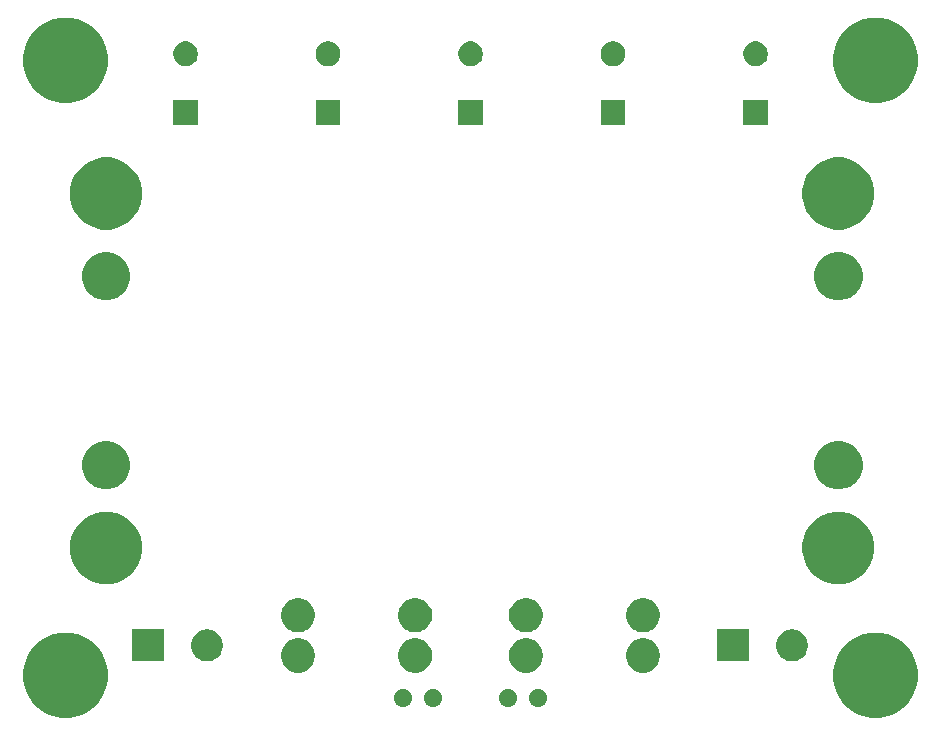
<source format=gbs>
G04 #@! TF.GenerationSoftware,KiCad,Pcbnew,5.0.2+dfsg1-1*
G04 #@! TF.CreationDate,2021-08-07T23:33:46+09:00*
G04 #@! TF.ProjectId,juice-plus,6a756963-652d-4706-9c75-732e6b696361,rev?*
G04 #@! TF.SameCoordinates,Original*
G04 #@! TF.FileFunction,Soldermask,Bot*
G04 #@! TF.FilePolarity,Negative*
%FSLAX46Y46*%
G04 Gerber Fmt 4.6, Leading zero omitted, Abs format (unit mm)*
G04 Created by KiCad (PCBNEW 5.0.2+dfsg1-1) date Sat 07 Aug 2021 11:33:46 PM JST*
%MOMM*%
%LPD*%
G01*
G04 APERTURE LIST*
%ADD10C,0.100000*%
G04 APERTURE END LIST*
D10*
G36*
X121065079Y-145763345D02*
X121065082Y-145763346D01*
X121065081Y-145763346D01*
X121720240Y-146034721D01*
X122305385Y-146425703D01*
X122309869Y-146428699D01*
X122811301Y-146930131D01*
X122811303Y-146930134D01*
X123205279Y-147519760D01*
X123294181Y-147734390D01*
X123476655Y-148174921D01*
X123615000Y-148870429D01*
X123615000Y-149579571D01*
X123476655Y-150275079D01*
X123476654Y-150275081D01*
X123205279Y-150930240D01*
X122834111Y-151485732D01*
X122811301Y-151519869D01*
X122309869Y-152021301D01*
X122309866Y-152021303D01*
X121720240Y-152415279D01*
X121161026Y-152646912D01*
X121065079Y-152686655D01*
X120369571Y-152825000D01*
X119660429Y-152825000D01*
X118964921Y-152686655D01*
X118868974Y-152646912D01*
X118309760Y-152415279D01*
X117720134Y-152021303D01*
X117720131Y-152021301D01*
X117218699Y-151519869D01*
X117195889Y-151485732D01*
X116824721Y-150930240D01*
X116553346Y-150275081D01*
X116553345Y-150275079D01*
X116415000Y-149579571D01*
X116415000Y-148870429D01*
X116553345Y-148174921D01*
X116735819Y-147734390D01*
X116824721Y-147519760D01*
X117218697Y-146930134D01*
X117218699Y-146930131D01*
X117720131Y-146428699D01*
X117724615Y-146425703D01*
X118309760Y-146034721D01*
X118964919Y-145763346D01*
X118964918Y-145763346D01*
X118964921Y-145763345D01*
X119660429Y-145625000D01*
X120369571Y-145625000D01*
X121065079Y-145763345D01*
X121065079Y-145763345D01*
G37*
G36*
X52485079Y-145763345D02*
X52485082Y-145763346D01*
X52485081Y-145763346D01*
X53140240Y-146034721D01*
X53725385Y-146425703D01*
X53729869Y-146428699D01*
X54231301Y-146930131D01*
X54231303Y-146930134D01*
X54625279Y-147519760D01*
X54714181Y-147734390D01*
X54896655Y-148174921D01*
X55035000Y-148870429D01*
X55035000Y-149579571D01*
X54896655Y-150275079D01*
X54896654Y-150275081D01*
X54625279Y-150930240D01*
X54254111Y-151485732D01*
X54231301Y-151519869D01*
X53729869Y-152021301D01*
X53729866Y-152021303D01*
X53140240Y-152415279D01*
X52581026Y-152646912D01*
X52485079Y-152686655D01*
X51789571Y-152825000D01*
X51080429Y-152825000D01*
X50384921Y-152686655D01*
X50288974Y-152646912D01*
X49729760Y-152415279D01*
X49140134Y-152021303D01*
X49140131Y-152021301D01*
X48638699Y-151519869D01*
X48615889Y-151485732D01*
X48244721Y-150930240D01*
X47973346Y-150275081D01*
X47973345Y-150275079D01*
X47835000Y-149579571D01*
X47835000Y-148870429D01*
X47973345Y-148174921D01*
X48155819Y-147734390D01*
X48244721Y-147519760D01*
X48638697Y-146930134D01*
X48638699Y-146930131D01*
X49140131Y-146428699D01*
X49144615Y-146425703D01*
X49729760Y-146034721D01*
X50384919Y-145763346D01*
X50384918Y-145763346D01*
X50384921Y-145763345D01*
X51080429Y-145625000D01*
X51789571Y-145625000D01*
X52485079Y-145763345D01*
X52485079Y-145763345D01*
G37*
G36*
X89032004Y-150390544D02*
X89119059Y-150407860D01*
X89255732Y-150464472D01*
X89255733Y-150464473D01*
X89378738Y-150546662D01*
X89483338Y-150651262D01*
X89483340Y-150651265D01*
X89565528Y-150774268D01*
X89622140Y-150910941D01*
X89651000Y-151056033D01*
X89651000Y-151203967D01*
X89622140Y-151349059D01*
X89565528Y-151485732D01*
X89565527Y-151485733D01*
X89483338Y-151608738D01*
X89378738Y-151713338D01*
X89378735Y-151713340D01*
X89255732Y-151795528D01*
X89119059Y-151852140D01*
X89032004Y-151869456D01*
X88973969Y-151881000D01*
X88826031Y-151881000D01*
X88767996Y-151869456D01*
X88680941Y-151852140D01*
X88544268Y-151795528D01*
X88421265Y-151713340D01*
X88421262Y-151713338D01*
X88316662Y-151608738D01*
X88234473Y-151485733D01*
X88234472Y-151485732D01*
X88177860Y-151349059D01*
X88149000Y-151203967D01*
X88149000Y-151056033D01*
X88177860Y-150910941D01*
X88234472Y-150774268D01*
X88316660Y-150651265D01*
X88316662Y-150651262D01*
X88421262Y-150546662D01*
X88544267Y-150464473D01*
X88544268Y-150464472D01*
X88680941Y-150407860D01*
X88767996Y-150390544D01*
X88826031Y-150379000D01*
X88973969Y-150379000D01*
X89032004Y-150390544D01*
X89032004Y-150390544D01*
G37*
G36*
X82682004Y-150390544D02*
X82769059Y-150407860D01*
X82905732Y-150464472D01*
X82905733Y-150464473D01*
X83028738Y-150546662D01*
X83133338Y-150651262D01*
X83133340Y-150651265D01*
X83215528Y-150774268D01*
X83272140Y-150910941D01*
X83301000Y-151056033D01*
X83301000Y-151203967D01*
X83272140Y-151349059D01*
X83215528Y-151485732D01*
X83215527Y-151485733D01*
X83133338Y-151608738D01*
X83028738Y-151713338D01*
X83028735Y-151713340D01*
X82905732Y-151795528D01*
X82769059Y-151852140D01*
X82682004Y-151869456D01*
X82623969Y-151881000D01*
X82476031Y-151881000D01*
X82417996Y-151869456D01*
X82330941Y-151852140D01*
X82194268Y-151795528D01*
X82071265Y-151713340D01*
X82071262Y-151713338D01*
X81966662Y-151608738D01*
X81884473Y-151485733D01*
X81884472Y-151485732D01*
X81827860Y-151349059D01*
X81799000Y-151203967D01*
X81799000Y-151056033D01*
X81827860Y-150910941D01*
X81884472Y-150774268D01*
X81966660Y-150651265D01*
X81966662Y-150651262D01*
X82071262Y-150546662D01*
X82194267Y-150464473D01*
X82194268Y-150464472D01*
X82330941Y-150407860D01*
X82417996Y-150390544D01*
X82476031Y-150379000D01*
X82623969Y-150379000D01*
X82682004Y-150390544D01*
X82682004Y-150390544D01*
G37*
G36*
X80142004Y-150390544D02*
X80229059Y-150407860D01*
X80365732Y-150464472D01*
X80365733Y-150464473D01*
X80488738Y-150546662D01*
X80593338Y-150651262D01*
X80593340Y-150651265D01*
X80675528Y-150774268D01*
X80732140Y-150910941D01*
X80761000Y-151056033D01*
X80761000Y-151203967D01*
X80732140Y-151349059D01*
X80675528Y-151485732D01*
X80675527Y-151485733D01*
X80593338Y-151608738D01*
X80488738Y-151713338D01*
X80488735Y-151713340D01*
X80365732Y-151795528D01*
X80229059Y-151852140D01*
X80142004Y-151869456D01*
X80083969Y-151881000D01*
X79936031Y-151881000D01*
X79877996Y-151869456D01*
X79790941Y-151852140D01*
X79654268Y-151795528D01*
X79531265Y-151713340D01*
X79531262Y-151713338D01*
X79426662Y-151608738D01*
X79344473Y-151485733D01*
X79344472Y-151485732D01*
X79287860Y-151349059D01*
X79259000Y-151203967D01*
X79259000Y-151056033D01*
X79287860Y-150910941D01*
X79344472Y-150774268D01*
X79426660Y-150651265D01*
X79426662Y-150651262D01*
X79531262Y-150546662D01*
X79654267Y-150464473D01*
X79654268Y-150464472D01*
X79790941Y-150407860D01*
X79877996Y-150390544D01*
X79936031Y-150379000D01*
X80083969Y-150379000D01*
X80142004Y-150390544D01*
X80142004Y-150390544D01*
G37*
G36*
X91572004Y-150390544D02*
X91659059Y-150407860D01*
X91795732Y-150464472D01*
X91795733Y-150464473D01*
X91918738Y-150546662D01*
X92023338Y-150651262D01*
X92023340Y-150651265D01*
X92105528Y-150774268D01*
X92162140Y-150910941D01*
X92191000Y-151056033D01*
X92191000Y-151203967D01*
X92162140Y-151349059D01*
X92105528Y-151485732D01*
X92105527Y-151485733D01*
X92023338Y-151608738D01*
X91918738Y-151713338D01*
X91918735Y-151713340D01*
X91795732Y-151795528D01*
X91659059Y-151852140D01*
X91572004Y-151869456D01*
X91513969Y-151881000D01*
X91366031Y-151881000D01*
X91307996Y-151869456D01*
X91220941Y-151852140D01*
X91084268Y-151795528D01*
X90961265Y-151713340D01*
X90961262Y-151713338D01*
X90856662Y-151608738D01*
X90774473Y-151485733D01*
X90774472Y-151485732D01*
X90717860Y-151349059D01*
X90689000Y-151203967D01*
X90689000Y-151056033D01*
X90717860Y-150910941D01*
X90774472Y-150774268D01*
X90856660Y-150651265D01*
X90856662Y-150651262D01*
X90961262Y-150546662D01*
X91084267Y-150464473D01*
X91084268Y-150464472D01*
X91220941Y-150407860D01*
X91307996Y-150390544D01*
X91366031Y-150379000D01*
X91513969Y-150379000D01*
X91572004Y-150390544D01*
X91572004Y-150390544D01*
G37*
G36*
X81460324Y-146159377D02*
X81722568Y-146268002D01*
X81958587Y-146425705D01*
X82159295Y-146626413D01*
X82316998Y-146862432D01*
X82425623Y-147124676D01*
X82481000Y-147403073D01*
X82481000Y-147686927D01*
X82425623Y-147965324D01*
X82316998Y-148227568D01*
X82159295Y-148463587D01*
X81958587Y-148664295D01*
X81722568Y-148821998D01*
X81460324Y-148930623D01*
X81181927Y-148986000D01*
X80898073Y-148986000D01*
X80619676Y-148930623D01*
X80357432Y-148821998D01*
X80121413Y-148664295D01*
X79920705Y-148463587D01*
X79763002Y-148227568D01*
X79654377Y-147965324D01*
X79599000Y-147686927D01*
X79599000Y-147403073D01*
X79654377Y-147124676D01*
X79763002Y-146862432D01*
X79920705Y-146626413D01*
X80121413Y-146425705D01*
X80357432Y-146268002D01*
X80619676Y-146159377D01*
X80898073Y-146104000D01*
X81181927Y-146104000D01*
X81460324Y-146159377D01*
X81460324Y-146159377D01*
G37*
G36*
X100750324Y-146159377D02*
X101012568Y-146268002D01*
X101248587Y-146425705D01*
X101449295Y-146626413D01*
X101606998Y-146862432D01*
X101715623Y-147124676D01*
X101771000Y-147403073D01*
X101771000Y-147686927D01*
X101715623Y-147965324D01*
X101606998Y-148227568D01*
X101449295Y-148463587D01*
X101248587Y-148664295D01*
X101012568Y-148821998D01*
X100750324Y-148930623D01*
X100471927Y-148986000D01*
X100188073Y-148986000D01*
X99909676Y-148930623D01*
X99647432Y-148821998D01*
X99411413Y-148664295D01*
X99210705Y-148463587D01*
X99053002Y-148227568D01*
X98944377Y-147965324D01*
X98889000Y-147686927D01*
X98889000Y-147403073D01*
X98944377Y-147124676D01*
X99053002Y-146862432D01*
X99210705Y-146626413D01*
X99411413Y-146425705D01*
X99647432Y-146268002D01*
X99909676Y-146159377D01*
X100188073Y-146104000D01*
X100471927Y-146104000D01*
X100750324Y-146159377D01*
X100750324Y-146159377D01*
G37*
G36*
X90830324Y-146159377D02*
X91092568Y-146268002D01*
X91328587Y-146425705D01*
X91529295Y-146626413D01*
X91686998Y-146862432D01*
X91795623Y-147124676D01*
X91851000Y-147403073D01*
X91851000Y-147686927D01*
X91795623Y-147965324D01*
X91686998Y-148227568D01*
X91529295Y-148463587D01*
X91328587Y-148664295D01*
X91092568Y-148821998D01*
X90830324Y-148930623D01*
X90551927Y-148986000D01*
X90268073Y-148986000D01*
X89989676Y-148930623D01*
X89727432Y-148821998D01*
X89491413Y-148664295D01*
X89290705Y-148463587D01*
X89133002Y-148227568D01*
X89024377Y-147965324D01*
X88969000Y-147686927D01*
X88969000Y-147403073D01*
X89024377Y-147124676D01*
X89133002Y-146862432D01*
X89290705Y-146626413D01*
X89491413Y-146425705D01*
X89727432Y-146268002D01*
X89989676Y-146159377D01*
X90268073Y-146104000D01*
X90551927Y-146104000D01*
X90830324Y-146159377D01*
X90830324Y-146159377D01*
G37*
G36*
X71540324Y-146159377D02*
X71802568Y-146268002D01*
X72038587Y-146425705D01*
X72239295Y-146626413D01*
X72396998Y-146862432D01*
X72505623Y-147124676D01*
X72561000Y-147403073D01*
X72561000Y-147686927D01*
X72505623Y-147965324D01*
X72396998Y-148227568D01*
X72239295Y-148463587D01*
X72038587Y-148664295D01*
X71802568Y-148821998D01*
X71540324Y-148930623D01*
X71261927Y-148986000D01*
X70978073Y-148986000D01*
X70699676Y-148930623D01*
X70437432Y-148821998D01*
X70201413Y-148664295D01*
X70000705Y-148463587D01*
X69843002Y-148227568D01*
X69734377Y-147965324D01*
X69679000Y-147686927D01*
X69679000Y-147403073D01*
X69734377Y-147124676D01*
X69843002Y-146862432D01*
X70000705Y-146626413D01*
X70201413Y-146425705D01*
X70437432Y-146268002D01*
X70699676Y-146159377D01*
X70978073Y-146104000D01*
X71261927Y-146104000D01*
X71540324Y-146159377D01*
X71540324Y-146159377D01*
G37*
G36*
X113213567Y-145359959D02*
X113344072Y-145385918D01*
X113589939Y-145487759D01*
X113795333Y-145625000D01*
X113811215Y-145635612D01*
X113999388Y-145823785D01*
X113999390Y-145823788D01*
X114147241Y-146045061D01*
X114239586Y-146268003D01*
X114249082Y-146290929D01*
X114301000Y-146551937D01*
X114301000Y-146818063D01*
X114292174Y-146862432D01*
X114249082Y-147079072D01*
X114147241Y-147324939D01*
X114095032Y-147403074D01*
X113999388Y-147546215D01*
X113811215Y-147734388D01*
X113811212Y-147734390D01*
X113589939Y-147882241D01*
X113344072Y-147984082D01*
X113213567Y-148010041D01*
X113083063Y-148036000D01*
X112816937Y-148036000D01*
X112686433Y-148010041D01*
X112555928Y-147984082D01*
X112310061Y-147882241D01*
X112088788Y-147734390D01*
X112088785Y-147734388D01*
X111900612Y-147546215D01*
X111804968Y-147403074D01*
X111752759Y-147324939D01*
X111650918Y-147079072D01*
X111607826Y-146862432D01*
X111599000Y-146818063D01*
X111599000Y-146551937D01*
X111650918Y-146290929D01*
X111660414Y-146268003D01*
X111752759Y-146045061D01*
X111900610Y-145823788D01*
X111900612Y-145823785D01*
X112088785Y-145635612D01*
X112104667Y-145625000D01*
X112310061Y-145487759D01*
X112555928Y-145385918D01*
X112686433Y-145359959D01*
X112816937Y-145334000D01*
X113083063Y-145334000D01*
X113213567Y-145359959D01*
X113213567Y-145359959D01*
G37*
G36*
X109301000Y-148036000D02*
X106599000Y-148036000D01*
X106599000Y-145334000D01*
X109301000Y-145334000D01*
X109301000Y-148036000D01*
X109301000Y-148036000D01*
G37*
G36*
X63683567Y-145359959D02*
X63814072Y-145385918D01*
X64059939Y-145487759D01*
X64265333Y-145625000D01*
X64281215Y-145635612D01*
X64469388Y-145823785D01*
X64469390Y-145823788D01*
X64617241Y-146045061D01*
X64709586Y-146268003D01*
X64719082Y-146290929D01*
X64771000Y-146551937D01*
X64771000Y-146818063D01*
X64762174Y-146862432D01*
X64719082Y-147079072D01*
X64617241Y-147324939D01*
X64565032Y-147403074D01*
X64469388Y-147546215D01*
X64281215Y-147734388D01*
X64281212Y-147734390D01*
X64059939Y-147882241D01*
X63814072Y-147984082D01*
X63683567Y-148010041D01*
X63553063Y-148036000D01*
X63286937Y-148036000D01*
X63156433Y-148010041D01*
X63025928Y-147984082D01*
X62780061Y-147882241D01*
X62558788Y-147734390D01*
X62558785Y-147734388D01*
X62370612Y-147546215D01*
X62274968Y-147403074D01*
X62222759Y-147324939D01*
X62120918Y-147079072D01*
X62077826Y-146862432D01*
X62069000Y-146818063D01*
X62069000Y-146551937D01*
X62120918Y-146290929D01*
X62130414Y-146268003D01*
X62222759Y-146045061D01*
X62370610Y-145823788D01*
X62370612Y-145823785D01*
X62558785Y-145635612D01*
X62574667Y-145625000D01*
X62780061Y-145487759D01*
X63025928Y-145385918D01*
X63156433Y-145359959D01*
X63286937Y-145334000D01*
X63553063Y-145334000D01*
X63683567Y-145359959D01*
X63683567Y-145359959D01*
G37*
G36*
X59771000Y-148036000D02*
X57069000Y-148036000D01*
X57069000Y-145334000D01*
X59771000Y-145334000D01*
X59771000Y-148036000D01*
X59771000Y-148036000D01*
G37*
G36*
X71540324Y-142759377D02*
X71802568Y-142868002D01*
X72038587Y-143025705D01*
X72239295Y-143226413D01*
X72396998Y-143462432D01*
X72505623Y-143724676D01*
X72561000Y-144003073D01*
X72561000Y-144286927D01*
X72505623Y-144565324D01*
X72396998Y-144827568D01*
X72239295Y-145063587D01*
X72038587Y-145264295D01*
X71802568Y-145421998D01*
X71540324Y-145530623D01*
X71261927Y-145586000D01*
X70978073Y-145586000D01*
X70699676Y-145530623D01*
X70437432Y-145421998D01*
X70201413Y-145264295D01*
X70000705Y-145063587D01*
X69843002Y-144827568D01*
X69734377Y-144565324D01*
X69679000Y-144286927D01*
X69679000Y-144003073D01*
X69734377Y-143724676D01*
X69843002Y-143462432D01*
X70000705Y-143226413D01*
X70201413Y-143025705D01*
X70437432Y-142868002D01*
X70699676Y-142759377D01*
X70978073Y-142704000D01*
X71261927Y-142704000D01*
X71540324Y-142759377D01*
X71540324Y-142759377D01*
G37*
G36*
X100750324Y-142759377D02*
X101012568Y-142868002D01*
X101248587Y-143025705D01*
X101449295Y-143226413D01*
X101606998Y-143462432D01*
X101715623Y-143724676D01*
X101771000Y-144003073D01*
X101771000Y-144286927D01*
X101715623Y-144565324D01*
X101606998Y-144827568D01*
X101449295Y-145063587D01*
X101248587Y-145264295D01*
X101012568Y-145421998D01*
X100750324Y-145530623D01*
X100471927Y-145586000D01*
X100188073Y-145586000D01*
X99909676Y-145530623D01*
X99647432Y-145421998D01*
X99411413Y-145264295D01*
X99210705Y-145063587D01*
X99053002Y-144827568D01*
X98944377Y-144565324D01*
X98889000Y-144286927D01*
X98889000Y-144003073D01*
X98944377Y-143724676D01*
X99053002Y-143462432D01*
X99210705Y-143226413D01*
X99411413Y-143025705D01*
X99647432Y-142868002D01*
X99909676Y-142759377D01*
X100188073Y-142704000D01*
X100471927Y-142704000D01*
X100750324Y-142759377D01*
X100750324Y-142759377D01*
G37*
G36*
X90830324Y-142759377D02*
X91092568Y-142868002D01*
X91328587Y-143025705D01*
X91529295Y-143226413D01*
X91686998Y-143462432D01*
X91795623Y-143724676D01*
X91851000Y-144003073D01*
X91851000Y-144286927D01*
X91795623Y-144565324D01*
X91686998Y-144827568D01*
X91529295Y-145063587D01*
X91328587Y-145264295D01*
X91092568Y-145421998D01*
X90830324Y-145530623D01*
X90551927Y-145586000D01*
X90268073Y-145586000D01*
X89989676Y-145530623D01*
X89727432Y-145421998D01*
X89491413Y-145264295D01*
X89290705Y-145063587D01*
X89133002Y-144827568D01*
X89024377Y-144565324D01*
X88969000Y-144286927D01*
X88969000Y-144003073D01*
X89024377Y-143724676D01*
X89133002Y-143462432D01*
X89290705Y-143226413D01*
X89491413Y-143025705D01*
X89727432Y-142868002D01*
X89989676Y-142759377D01*
X90268073Y-142704000D01*
X90551927Y-142704000D01*
X90830324Y-142759377D01*
X90830324Y-142759377D01*
G37*
G36*
X81460324Y-142759377D02*
X81722568Y-142868002D01*
X81958587Y-143025705D01*
X82159295Y-143226413D01*
X82316998Y-143462432D01*
X82425623Y-143724676D01*
X82481000Y-144003073D01*
X82481000Y-144286927D01*
X82425623Y-144565324D01*
X82316998Y-144827568D01*
X82159295Y-145063587D01*
X81958587Y-145264295D01*
X81722568Y-145421998D01*
X81460324Y-145530623D01*
X81181927Y-145586000D01*
X80898073Y-145586000D01*
X80619676Y-145530623D01*
X80357432Y-145421998D01*
X80121413Y-145264295D01*
X79920705Y-145063587D01*
X79763002Y-144827568D01*
X79654377Y-144565324D01*
X79599000Y-144286927D01*
X79599000Y-144003073D01*
X79654377Y-143724676D01*
X79763002Y-143462432D01*
X79920705Y-143226413D01*
X80121413Y-143025705D01*
X80357432Y-142868002D01*
X80619676Y-142759377D01*
X80898073Y-142704000D01*
X81181927Y-142704000D01*
X81460324Y-142759377D01*
X81460324Y-142759377D01*
G37*
G36*
X55753941Y-135496248D02*
X55753943Y-135496249D01*
X55753944Y-135496249D01*
X56309190Y-135726239D01*
X56309191Y-135726240D01*
X56808902Y-136060136D01*
X57233864Y-136485098D01*
X57233866Y-136485101D01*
X57567761Y-136984810D01*
X57797751Y-137540056D01*
X57915000Y-138129503D01*
X57915000Y-138730497D01*
X57797751Y-139319944D01*
X57567761Y-139875190D01*
X57567760Y-139875191D01*
X57233864Y-140374902D01*
X56808902Y-140799864D01*
X56808899Y-140799866D01*
X56309190Y-141133761D01*
X55753944Y-141363751D01*
X55753943Y-141363751D01*
X55753941Y-141363752D01*
X55164499Y-141481000D01*
X54563501Y-141481000D01*
X53974059Y-141363752D01*
X53974057Y-141363751D01*
X53974056Y-141363751D01*
X53418810Y-141133761D01*
X52919101Y-140799866D01*
X52919098Y-140799864D01*
X52494136Y-140374902D01*
X52160240Y-139875191D01*
X52160239Y-139875190D01*
X51930249Y-139319944D01*
X51813000Y-138730497D01*
X51813000Y-138129503D01*
X51930249Y-137540056D01*
X52160239Y-136984810D01*
X52494134Y-136485101D01*
X52494136Y-136485098D01*
X52919098Y-136060136D01*
X53418809Y-135726240D01*
X53418810Y-135726239D01*
X53974056Y-135496249D01*
X53974057Y-135496249D01*
X53974059Y-135496248D01*
X54563501Y-135379000D01*
X55164499Y-135379000D01*
X55753941Y-135496248D01*
X55753941Y-135496248D01*
G37*
G36*
X117753941Y-135496248D02*
X117753943Y-135496249D01*
X117753944Y-135496249D01*
X118309190Y-135726239D01*
X118309191Y-135726240D01*
X118808902Y-136060136D01*
X119233864Y-136485098D01*
X119233866Y-136485101D01*
X119567761Y-136984810D01*
X119797751Y-137540056D01*
X119915000Y-138129503D01*
X119915000Y-138730497D01*
X119797751Y-139319944D01*
X119567761Y-139875190D01*
X119567760Y-139875191D01*
X119233864Y-140374902D01*
X118808902Y-140799864D01*
X118808899Y-140799866D01*
X118309190Y-141133761D01*
X117753944Y-141363751D01*
X117753943Y-141363751D01*
X117753941Y-141363752D01*
X117164499Y-141481000D01*
X116563501Y-141481000D01*
X115974059Y-141363752D01*
X115974057Y-141363751D01*
X115974056Y-141363751D01*
X115418810Y-141133761D01*
X114919101Y-140799866D01*
X114919098Y-140799864D01*
X114494136Y-140374902D01*
X114160240Y-139875191D01*
X114160239Y-139875190D01*
X113930249Y-139319944D01*
X113813000Y-138730497D01*
X113813000Y-138129503D01*
X113930249Y-137540056D01*
X114160239Y-136984810D01*
X114494134Y-136485101D01*
X114494136Y-136485098D01*
X114919098Y-136060136D01*
X115418809Y-135726240D01*
X115418810Y-135726239D01*
X115974056Y-135496249D01*
X115974057Y-135496249D01*
X115974059Y-135496248D01*
X116563501Y-135379000D01*
X117164499Y-135379000D01*
X117753941Y-135496248D01*
X117753941Y-135496248D01*
G37*
G36*
X117462252Y-129457818D02*
X117462254Y-129457819D01*
X117462255Y-129457819D01*
X117835513Y-129612427D01*
X117835514Y-129612428D01*
X118171439Y-129836886D01*
X118457114Y-130122561D01*
X118457116Y-130122564D01*
X118681573Y-130458487D01*
X118836181Y-130831745D01*
X118915000Y-131227994D01*
X118915000Y-131632006D01*
X118836181Y-132028255D01*
X118681573Y-132401513D01*
X118681572Y-132401514D01*
X118457114Y-132737439D01*
X118171439Y-133023114D01*
X118171436Y-133023116D01*
X117835513Y-133247573D01*
X117462255Y-133402181D01*
X117462254Y-133402181D01*
X117462252Y-133402182D01*
X117066007Y-133481000D01*
X116661993Y-133481000D01*
X116265748Y-133402182D01*
X116265746Y-133402181D01*
X116265745Y-133402181D01*
X115892487Y-133247573D01*
X115556564Y-133023116D01*
X115556561Y-133023114D01*
X115270886Y-132737439D01*
X115046428Y-132401514D01*
X115046427Y-132401513D01*
X114891819Y-132028255D01*
X114813000Y-131632006D01*
X114813000Y-131227994D01*
X114891819Y-130831745D01*
X115046427Y-130458487D01*
X115270884Y-130122564D01*
X115270886Y-130122561D01*
X115556561Y-129836886D01*
X115892486Y-129612428D01*
X115892487Y-129612427D01*
X116265745Y-129457819D01*
X116265746Y-129457819D01*
X116265748Y-129457818D01*
X116661993Y-129379000D01*
X117066007Y-129379000D01*
X117462252Y-129457818D01*
X117462252Y-129457818D01*
G37*
G36*
X55462252Y-129457818D02*
X55462254Y-129457819D01*
X55462255Y-129457819D01*
X55835513Y-129612427D01*
X55835514Y-129612428D01*
X56171439Y-129836886D01*
X56457114Y-130122561D01*
X56457116Y-130122564D01*
X56681573Y-130458487D01*
X56836181Y-130831745D01*
X56915000Y-131227994D01*
X56915000Y-131632006D01*
X56836181Y-132028255D01*
X56681573Y-132401513D01*
X56681572Y-132401514D01*
X56457114Y-132737439D01*
X56171439Y-133023114D01*
X56171436Y-133023116D01*
X55835513Y-133247573D01*
X55462255Y-133402181D01*
X55462254Y-133402181D01*
X55462252Y-133402182D01*
X55066007Y-133481000D01*
X54661993Y-133481000D01*
X54265748Y-133402182D01*
X54265746Y-133402181D01*
X54265745Y-133402181D01*
X53892487Y-133247573D01*
X53556564Y-133023116D01*
X53556561Y-133023114D01*
X53270886Y-132737439D01*
X53046428Y-132401514D01*
X53046427Y-132401513D01*
X52891819Y-132028255D01*
X52813000Y-131632006D01*
X52813000Y-131227994D01*
X52891819Y-130831745D01*
X53046427Y-130458487D01*
X53270884Y-130122564D01*
X53270886Y-130122561D01*
X53556561Y-129836886D01*
X53892486Y-129612428D01*
X53892487Y-129612427D01*
X54265745Y-129457819D01*
X54265746Y-129457819D01*
X54265748Y-129457818D01*
X54661993Y-129379000D01*
X55066007Y-129379000D01*
X55462252Y-129457818D01*
X55462252Y-129457818D01*
G37*
G36*
X55462252Y-113457818D02*
X55462254Y-113457819D01*
X55462255Y-113457819D01*
X55835513Y-113612427D01*
X55835514Y-113612428D01*
X56171439Y-113836886D01*
X56457114Y-114122561D01*
X56457116Y-114122564D01*
X56681573Y-114458487D01*
X56836181Y-114831745D01*
X56915000Y-115227994D01*
X56915000Y-115632006D01*
X56836181Y-116028255D01*
X56681573Y-116401513D01*
X56681572Y-116401514D01*
X56457114Y-116737439D01*
X56171439Y-117023114D01*
X56171436Y-117023116D01*
X55835513Y-117247573D01*
X55462255Y-117402181D01*
X55462254Y-117402181D01*
X55462252Y-117402182D01*
X55066007Y-117481000D01*
X54661993Y-117481000D01*
X54265748Y-117402182D01*
X54265746Y-117402181D01*
X54265745Y-117402181D01*
X53892487Y-117247573D01*
X53556564Y-117023116D01*
X53556561Y-117023114D01*
X53270886Y-116737439D01*
X53046428Y-116401514D01*
X53046427Y-116401513D01*
X52891819Y-116028255D01*
X52813000Y-115632006D01*
X52813000Y-115227994D01*
X52891819Y-114831745D01*
X53046427Y-114458487D01*
X53270884Y-114122564D01*
X53270886Y-114122561D01*
X53556561Y-113836886D01*
X53892486Y-113612428D01*
X53892487Y-113612427D01*
X54265745Y-113457819D01*
X54265746Y-113457819D01*
X54265748Y-113457818D01*
X54661993Y-113379000D01*
X55066007Y-113379000D01*
X55462252Y-113457818D01*
X55462252Y-113457818D01*
G37*
G36*
X117462252Y-113457818D02*
X117462254Y-113457819D01*
X117462255Y-113457819D01*
X117835513Y-113612427D01*
X117835514Y-113612428D01*
X118171439Y-113836886D01*
X118457114Y-114122561D01*
X118457116Y-114122564D01*
X118681573Y-114458487D01*
X118836181Y-114831745D01*
X118915000Y-115227994D01*
X118915000Y-115632006D01*
X118836181Y-116028255D01*
X118681573Y-116401513D01*
X118681572Y-116401514D01*
X118457114Y-116737439D01*
X118171439Y-117023114D01*
X118171436Y-117023116D01*
X117835513Y-117247573D01*
X117462255Y-117402181D01*
X117462254Y-117402181D01*
X117462252Y-117402182D01*
X117066007Y-117481000D01*
X116661993Y-117481000D01*
X116265748Y-117402182D01*
X116265746Y-117402181D01*
X116265745Y-117402181D01*
X115892487Y-117247573D01*
X115556564Y-117023116D01*
X115556561Y-117023114D01*
X115270886Y-116737439D01*
X115046428Y-116401514D01*
X115046427Y-116401513D01*
X114891819Y-116028255D01*
X114813000Y-115632006D01*
X114813000Y-115227994D01*
X114891819Y-114831745D01*
X115046427Y-114458487D01*
X115270884Y-114122564D01*
X115270886Y-114122561D01*
X115556561Y-113836886D01*
X115892486Y-113612428D01*
X115892487Y-113612427D01*
X116265745Y-113457819D01*
X116265746Y-113457819D01*
X116265748Y-113457818D01*
X116661993Y-113379000D01*
X117066007Y-113379000D01*
X117462252Y-113457818D01*
X117462252Y-113457818D01*
G37*
G36*
X117753941Y-105496248D02*
X117753943Y-105496249D01*
X117753944Y-105496249D01*
X118309190Y-105726239D01*
X118309191Y-105726240D01*
X118808902Y-106060136D01*
X119233864Y-106485098D01*
X119233866Y-106485101D01*
X119567761Y-106984810D01*
X119797751Y-107540056D01*
X119915000Y-108129503D01*
X119915000Y-108730497D01*
X119797751Y-109319944D01*
X119567761Y-109875190D01*
X119567760Y-109875191D01*
X119233864Y-110374902D01*
X118808902Y-110799864D01*
X118808899Y-110799866D01*
X118309190Y-111133761D01*
X117753944Y-111363751D01*
X117753943Y-111363751D01*
X117753941Y-111363752D01*
X117164499Y-111481000D01*
X116563501Y-111481000D01*
X115974059Y-111363752D01*
X115974057Y-111363751D01*
X115974056Y-111363751D01*
X115418810Y-111133761D01*
X114919101Y-110799866D01*
X114919098Y-110799864D01*
X114494136Y-110374902D01*
X114160240Y-109875191D01*
X114160239Y-109875190D01*
X113930249Y-109319944D01*
X113813000Y-108730497D01*
X113813000Y-108129503D01*
X113930249Y-107540056D01*
X114160239Y-106984810D01*
X114494134Y-106485101D01*
X114494136Y-106485098D01*
X114919098Y-106060136D01*
X115418809Y-105726240D01*
X115418810Y-105726239D01*
X115974056Y-105496249D01*
X115974057Y-105496249D01*
X115974059Y-105496248D01*
X116563501Y-105379000D01*
X117164499Y-105379000D01*
X117753941Y-105496248D01*
X117753941Y-105496248D01*
G37*
G36*
X55753941Y-105496248D02*
X55753943Y-105496249D01*
X55753944Y-105496249D01*
X56309190Y-105726239D01*
X56309191Y-105726240D01*
X56808902Y-106060136D01*
X57233864Y-106485098D01*
X57233866Y-106485101D01*
X57567761Y-106984810D01*
X57797751Y-107540056D01*
X57915000Y-108129503D01*
X57915000Y-108730497D01*
X57797751Y-109319944D01*
X57567761Y-109875190D01*
X57567760Y-109875191D01*
X57233864Y-110374902D01*
X56808902Y-110799864D01*
X56808899Y-110799866D01*
X56309190Y-111133761D01*
X55753944Y-111363751D01*
X55753943Y-111363751D01*
X55753941Y-111363752D01*
X55164499Y-111481000D01*
X54563501Y-111481000D01*
X53974059Y-111363752D01*
X53974057Y-111363751D01*
X53974056Y-111363751D01*
X53418810Y-111133761D01*
X52919101Y-110799866D01*
X52919098Y-110799864D01*
X52494136Y-110374902D01*
X52160240Y-109875191D01*
X52160239Y-109875190D01*
X51930249Y-109319944D01*
X51813000Y-108730497D01*
X51813000Y-108129503D01*
X51930249Y-107540056D01*
X52160239Y-106984810D01*
X52494134Y-106485101D01*
X52494136Y-106485098D01*
X52919098Y-106060136D01*
X53418809Y-105726240D01*
X53418810Y-105726239D01*
X53974056Y-105496249D01*
X53974057Y-105496249D01*
X53974059Y-105496248D01*
X54563501Y-105379000D01*
X55164499Y-105379000D01*
X55753941Y-105496248D01*
X55753941Y-105496248D01*
G37*
G36*
X98841000Y-102651000D02*
X96739000Y-102651000D01*
X96739000Y-100549000D01*
X98841000Y-100549000D01*
X98841000Y-102651000D01*
X98841000Y-102651000D01*
G37*
G36*
X74711000Y-102651000D02*
X72609000Y-102651000D01*
X72609000Y-100549000D01*
X74711000Y-100549000D01*
X74711000Y-102651000D01*
X74711000Y-102651000D01*
G37*
G36*
X86776000Y-102651000D02*
X84674000Y-102651000D01*
X84674000Y-100549000D01*
X86776000Y-100549000D01*
X86776000Y-102651000D01*
X86776000Y-102651000D01*
G37*
G36*
X62646000Y-102651000D02*
X60544000Y-102651000D01*
X60544000Y-100549000D01*
X62646000Y-100549000D01*
X62646000Y-102651000D01*
X62646000Y-102651000D01*
G37*
G36*
X110906000Y-102651000D02*
X108804000Y-102651000D01*
X108804000Y-100549000D01*
X110906000Y-100549000D01*
X110906000Y-102651000D01*
X110906000Y-102651000D01*
G37*
G36*
X52485079Y-93693345D02*
X52485082Y-93693346D01*
X52485081Y-93693346D01*
X53140240Y-93964721D01*
X53727205Y-94356919D01*
X53729869Y-94358699D01*
X54231301Y-94860131D01*
X54231303Y-94860134D01*
X54625279Y-95449760D01*
X54856912Y-96008974D01*
X54896655Y-96104921D01*
X55035000Y-96800429D01*
X55035000Y-97509571D01*
X54896655Y-98205079D01*
X54896654Y-98205081D01*
X54625279Y-98860240D01*
X54233081Y-99447205D01*
X54231301Y-99449869D01*
X53729869Y-99951301D01*
X53729866Y-99951303D01*
X53140240Y-100345279D01*
X52581026Y-100576912D01*
X52485079Y-100616655D01*
X51789571Y-100755000D01*
X51080429Y-100755000D01*
X50384921Y-100616655D01*
X50288974Y-100576912D01*
X49729760Y-100345279D01*
X49140134Y-99951303D01*
X49140131Y-99951301D01*
X48638699Y-99449869D01*
X48636919Y-99447205D01*
X48244721Y-98860240D01*
X47973346Y-98205081D01*
X47973345Y-98205079D01*
X47835000Y-97509571D01*
X47835000Y-96800429D01*
X47973345Y-96104921D01*
X48013088Y-96008974D01*
X48244721Y-95449760D01*
X48638697Y-94860134D01*
X48638699Y-94860131D01*
X49140131Y-94358699D01*
X49142795Y-94356919D01*
X49729760Y-93964721D01*
X50384919Y-93693346D01*
X50384918Y-93693346D01*
X50384921Y-93693345D01*
X51080429Y-93555000D01*
X51789571Y-93555000D01*
X52485079Y-93693345D01*
X52485079Y-93693345D01*
G37*
G36*
X121065079Y-93693345D02*
X121065082Y-93693346D01*
X121065081Y-93693346D01*
X121720240Y-93964721D01*
X122307205Y-94356919D01*
X122309869Y-94358699D01*
X122811301Y-94860131D01*
X122811303Y-94860134D01*
X123205279Y-95449760D01*
X123436912Y-96008974D01*
X123476655Y-96104921D01*
X123615000Y-96800429D01*
X123615000Y-97509571D01*
X123476655Y-98205079D01*
X123476654Y-98205081D01*
X123205279Y-98860240D01*
X122813081Y-99447205D01*
X122811301Y-99449869D01*
X122309869Y-99951301D01*
X122309866Y-99951303D01*
X121720240Y-100345279D01*
X121161026Y-100576912D01*
X121065079Y-100616655D01*
X120369571Y-100755000D01*
X119660429Y-100755000D01*
X118964921Y-100616655D01*
X118868974Y-100576912D01*
X118309760Y-100345279D01*
X117720134Y-99951303D01*
X117720131Y-99951301D01*
X117218699Y-99449869D01*
X117216919Y-99447205D01*
X116824721Y-98860240D01*
X116553346Y-98205081D01*
X116553345Y-98205079D01*
X116415000Y-97509571D01*
X116415000Y-96800429D01*
X116553345Y-96104921D01*
X116593088Y-96008974D01*
X116824721Y-95449760D01*
X117218697Y-94860134D01*
X117218699Y-94860131D01*
X117720131Y-94358699D01*
X117722795Y-94356919D01*
X118309760Y-93964721D01*
X118964919Y-93693346D01*
X118964918Y-93693346D01*
X118964921Y-93693345D01*
X119660429Y-93555000D01*
X120369571Y-93555000D01*
X121065079Y-93693345D01*
X121065079Y-93693345D01*
G37*
G36*
X98096565Y-95589389D02*
X98287834Y-95668615D01*
X98459976Y-95783637D01*
X98606363Y-95930024D01*
X98721385Y-96102166D01*
X98800611Y-96293435D01*
X98841000Y-96496484D01*
X98841000Y-96703516D01*
X98800611Y-96906565D01*
X98721385Y-97097834D01*
X98606363Y-97269976D01*
X98459976Y-97416363D01*
X98287834Y-97531385D01*
X98096565Y-97610611D01*
X97893516Y-97651000D01*
X97686484Y-97651000D01*
X97483435Y-97610611D01*
X97292166Y-97531385D01*
X97120024Y-97416363D01*
X96973637Y-97269976D01*
X96858615Y-97097834D01*
X96779389Y-96906565D01*
X96739000Y-96703516D01*
X96739000Y-96496484D01*
X96779389Y-96293435D01*
X96858615Y-96102166D01*
X96973637Y-95930024D01*
X97120024Y-95783637D01*
X97292166Y-95668615D01*
X97483435Y-95589389D01*
X97686484Y-95549000D01*
X97893516Y-95549000D01*
X98096565Y-95589389D01*
X98096565Y-95589389D01*
G37*
G36*
X61901565Y-95589389D02*
X62092834Y-95668615D01*
X62264976Y-95783637D01*
X62411363Y-95930024D01*
X62526385Y-96102166D01*
X62605611Y-96293435D01*
X62646000Y-96496484D01*
X62646000Y-96703516D01*
X62605611Y-96906565D01*
X62526385Y-97097834D01*
X62411363Y-97269976D01*
X62264976Y-97416363D01*
X62092834Y-97531385D01*
X61901565Y-97610611D01*
X61698516Y-97651000D01*
X61491484Y-97651000D01*
X61288435Y-97610611D01*
X61097166Y-97531385D01*
X60925024Y-97416363D01*
X60778637Y-97269976D01*
X60663615Y-97097834D01*
X60584389Y-96906565D01*
X60544000Y-96703516D01*
X60544000Y-96496484D01*
X60584389Y-96293435D01*
X60663615Y-96102166D01*
X60778637Y-95930024D01*
X60925024Y-95783637D01*
X61097166Y-95668615D01*
X61288435Y-95589389D01*
X61491484Y-95549000D01*
X61698516Y-95549000D01*
X61901565Y-95589389D01*
X61901565Y-95589389D01*
G37*
G36*
X86031565Y-95589389D02*
X86222834Y-95668615D01*
X86394976Y-95783637D01*
X86541363Y-95930024D01*
X86656385Y-96102166D01*
X86735611Y-96293435D01*
X86776000Y-96496484D01*
X86776000Y-96703516D01*
X86735611Y-96906565D01*
X86656385Y-97097834D01*
X86541363Y-97269976D01*
X86394976Y-97416363D01*
X86222834Y-97531385D01*
X86031565Y-97610611D01*
X85828516Y-97651000D01*
X85621484Y-97651000D01*
X85418435Y-97610611D01*
X85227166Y-97531385D01*
X85055024Y-97416363D01*
X84908637Y-97269976D01*
X84793615Y-97097834D01*
X84714389Y-96906565D01*
X84674000Y-96703516D01*
X84674000Y-96496484D01*
X84714389Y-96293435D01*
X84793615Y-96102166D01*
X84908637Y-95930024D01*
X85055024Y-95783637D01*
X85227166Y-95668615D01*
X85418435Y-95589389D01*
X85621484Y-95549000D01*
X85828516Y-95549000D01*
X86031565Y-95589389D01*
X86031565Y-95589389D01*
G37*
G36*
X73966565Y-95589389D02*
X74157834Y-95668615D01*
X74329976Y-95783637D01*
X74476363Y-95930024D01*
X74591385Y-96102166D01*
X74670611Y-96293435D01*
X74711000Y-96496484D01*
X74711000Y-96703516D01*
X74670611Y-96906565D01*
X74591385Y-97097834D01*
X74476363Y-97269976D01*
X74329976Y-97416363D01*
X74157834Y-97531385D01*
X73966565Y-97610611D01*
X73763516Y-97651000D01*
X73556484Y-97651000D01*
X73353435Y-97610611D01*
X73162166Y-97531385D01*
X72990024Y-97416363D01*
X72843637Y-97269976D01*
X72728615Y-97097834D01*
X72649389Y-96906565D01*
X72609000Y-96703516D01*
X72609000Y-96496484D01*
X72649389Y-96293435D01*
X72728615Y-96102166D01*
X72843637Y-95930024D01*
X72990024Y-95783637D01*
X73162166Y-95668615D01*
X73353435Y-95589389D01*
X73556484Y-95549000D01*
X73763516Y-95549000D01*
X73966565Y-95589389D01*
X73966565Y-95589389D01*
G37*
G36*
X110161565Y-95589389D02*
X110352834Y-95668615D01*
X110524976Y-95783637D01*
X110671363Y-95930024D01*
X110786385Y-96102166D01*
X110865611Y-96293435D01*
X110906000Y-96496484D01*
X110906000Y-96703516D01*
X110865611Y-96906565D01*
X110786385Y-97097834D01*
X110671363Y-97269976D01*
X110524976Y-97416363D01*
X110352834Y-97531385D01*
X110161565Y-97610611D01*
X109958516Y-97651000D01*
X109751484Y-97651000D01*
X109548435Y-97610611D01*
X109357166Y-97531385D01*
X109185024Y-97416363D01*
X109038637Y-97269976D01*
X108923615Y-97097834D01*
X108844389Y-96906565D01*
X108804000Y-96703516D01*
X108804000Y-96496484D01*
X108844389Y-96293435D01*
X108923615Y-96102166D01*
X109038637Y-95930024D01*
X109185024Y-95783637D01*
X109357166Y-95668615D01*
X109548435Y-95589389D01*
X109751484Y-95549000D01*
X109958516Y-95549000D01*
X110161565Y-95589389D01*
X110161565Y-95589389D01*
G37*
M02*

</source>
